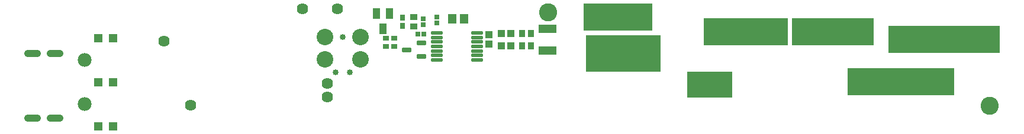
<source format=gbr>
%TF.GenerationSoftware,Altium Limited,Altium Designer,19.0.15 (446)*%
G04 Layer_Color=16711935*
%FSLAX45Y45*%
%MOMM*%
%TF.FileFunction,Soldermask,Bot*%
%TF.Part,CustomerPanel*%
G01*
G75*
%TA.AperFunction,ComponentPad*%
%ADD89C,2.37500*%
%ADD90C,0.85000*%
%TA.AperFunction,ViaPad*%
%ADD95C,1.98000*%
%TA.AperFunction,NonConductor*%
%ADD121R,9.94686X3.97786*%
%ADD122R,10.68128X5.34060*%
%ADD123R,6.41606X3.72121*%
%ADD124R,15.25909X3.97786*%
%ADD125R,15.94336X3.97786*%
%ADD126R,11.75144X3.97786*%
%ADD127R,12.01760X3.97786*%
%TA.AperFunction,SMDPad,CuDef*%
%ADD128R,0.70000X0.85000*%
%ADD129R,0.85000X0.70000*%
%ADD130R,1.10000X1.50000*%
%ADD131R,2.60000X1.25000*%
%ADD132R,1.10000X1.00000*%
%ADD133R,1.00000X1.10000*%
%ADD134R,0.95000X1.05000*%
%ADD135R,1.25000X1.45000*%
G04:AMPARAMS|DCode=136|XSize=1.33mm|YSize=0.7mm|CornerRadius=0.125mm|HoleSize=0mm|Usage=FLASHONLY|Rotation=180.000|XOffset=0mm|YOffset=0mm|HoleType=Round|Shape=RoundedRectangle|*
%AMROUNDEDRECTD136*
21,1,1.33000,0.45000,0,0,180.0*
21,1,1.08000,0.70000,0,0,180.0*
1,1,0.25000,-0.54000,0.22500*
1,1,0.25000,0.54000,0.22500*
1,1,0.25000,0.54000,-0.22500*
1,1,0.25000,-0.54000,-0.22500*
%
%ADD136ROUNDEDRECTD136*%
%TA.AperFunction,ConnectorPad*%
%ADD137R,0.74000X0.70000*%
%TA.AperFunction,SMDPad,CuDef*%
%ADD138R,0.70000X0.74000*%
%ADD139R,0.74000X0.70000*%
%ADD140R,1.05000X0.95000*%
G04:AMPARAMS|DCode=141|XSize=1.67mm|YSize=0.51mm|CornerRadius=0.10125mm|HoleSize=0mm|Usage=FLASHONLY|Rotation=0.000|XOffset=0mm|YOffset=0mm|HoleType=Round|Shape=RoundedRectangle|*
%AMROUNDEDRECTD141*
21,1,1.67000,0.30750,0,0,0.0*
21,1,1.46750,0.51000,0,0,0.0*
1,1,0.20250,0.73375,-0.15375*
1,1,0.20250,-0.73375,-0.15375*
1,1,0.20250,-0.73375,0.15375*
1,1,0.20250,0.73375,0.15375*
%
%ADD141ROUNDEDRECTD141*%
%ADD142R,1.30000X1.30000*%
%TA.AperFunction,ViaPad*%
%ADD143C,1.62400*%
%TA.AperFunction,ComponentPad*%
G04:AMPARAMS|DCode=144|XSize=1.1mm|YSize=2.4mm|CornerRadius=0.55mm|HoleSize=0mm|Usage=FLASHONLY|Rotation=270.000|XOffset=0mm|YOffset=0mm|HoleType=Round|Shape=RoundedRectangle|*
%AMROUNDEDRECTD144*
21,1,1.10000,1.30000,0,0,270.0*
21,1,0.00000,2.40000,0,0,270.0*
1,1,1.10000,-0.65000,0.00000*
1,1,1.10000,-0.65000,0.00000*
1,1,1.10000,0.65000,0.00000*
1,1,1.10000,0.65000,0.00000*
%
%ADD144ROUNDEDRECTD144*%
%TA.AperFunction,ViaPad*%
%ADD145C,2.60000*%
%TA.AperFunction,ComponentPad*%
%ADD146C,1.62400*%
D89*
X6886620Y7555860D02*
D03*
Y7238360D02*
D03*
X7394620D02*
D03*
Y7555860D02*
D03*
D90*
X7140620D02*
D03*
X7242220Y7047860D02*
D03*
X7039020D02*
D03*
D95*
X3448120Y6594620D02*
D03*
Y7229620D02*
D03*
D121*
X11072563Y7847893D02*
D03*
D122*
X11146556Y7323408D02*
D03*
D123*
X12385477Y6877459D02*
D03*
D124*
X15117587Y6913067D02*
D03*
D125*
X15739432Y7522667D02*
D03*
D126*
X14145628Y7633686D02*
D03*
D127*
X12905499Y7634044D02*
D03*
D128*
X7989496Y7723441D02*
D03*
Y7838441D02*
D03*
D129*
X7756732Y7424784D02*
D03*
X7871732D02*
D03*
Y7543365D02*
D03*
X7756732D02*
D03*
D130*
X7616120Y7896820D02*
D03*
X7806120D02*
D03*
X7711120Y7676820D02*
D03*
D131*
X10069304Y7680572D02*
D03*
Y7365572D02*
D03*
D132*
X9229020Y7453989D02*
D03*
Y7588989D02*
D03*
D133*
X9402820Y7610389D02*
D03*
X9537820Y7434369D02*
D03*
X9402820D02*
D03*
X9537820Y7610389D02*
D03*
D134*
X9702500Y7434369D02*
D03*
Y7610389D02*
D03*
X9832500Y7434369D02*
D03*
Y7610389D02*
D03*
D135*
X8700920Y7818080D02*
D03*
X8875920D02*
D03*
D136*
X8264661Y7471120D02*
D03*
Y7281120D02*
D03*
X8052661Y7376120D02*
D03*
D137*
X8289221Y7736933D02*
D03*
Y7824933D02*
D03*
D138*
X8300200Y7601479D02*
D03*
X8212200D02*
D03*
D139*
X8482725Y7762933D02*
D03*
Y7850933D02*
D03*
D140*
X8152061Y7845941D02*
D03*
Y7715941D02*
D03*
D141*
X9056725Y7228551D02*
D03*
Y7293552D02*
D03*
Y7358551D02*
D03*
Y7423552D02*
D03*
Y7488552D02*
D03*
Y7553552D02*
D03*
Y7618552D02*
D03*
X8482725D02*
D03*
Y7553552D02*
D03*
Y7488552D02*
D03*
Y7423552D02*
D03*
Y7358551D02*
D03*
Y7293552D02*
D03*
Y7228551D02*
D03*
D142*
X3850320Y6908421D02*
D03*
X3640320D02*
D03*
Y6273421D02*
D03*
X3850320D02*
D03*
X3640320Y7545921D02*
D03*
X3850320D02*
D03*
D143*
X6917620Y6698554D02*
D03*
Y6893520D02*
D03*
X4583360Y7503449D02*
D03*
X4961820Y6581100D02*
D03*
D144*
X3018200Y7324098D02*
D03*
X2703200D02*
D03*
X3018200Y6394098D02*
D03*
X2703200D02*
D03*
D145*
X10072300Y7917140D02*
D03*
X16394360Y6568400D02*
D03*
D146*
X6559480Y7967940D02*
D03*
X7062384D02*
D03*
%TF.MD5,4de0b51fcc81f904c6fe3779c0a2b399*%
M02*

</source>
